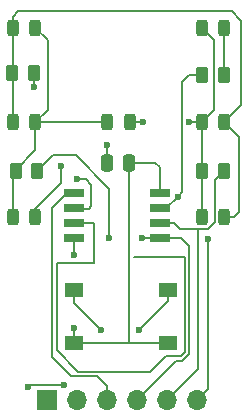
<source format=gbr>
%TF.GenerationSoftware,KiCad,Pcbnew,8.0.6*%
%TF.CreationDate,2024-11-07T13:30:53-03:00*%
%TF.ProjectId,dice-keychain,64696365-2d6b-4657-9963-6861696e2e6b,rev?*%
%TF.SameCoordinates,Original*%
%TF.FileFunction,Copper,L1,Top*%
%TF.FilePolarity,Positive*%
%FSLAX46Y46*%
G04 Gerber Fmt 4.6, Leading zero omitted, Abs format (unit mm)*
G04 Created by KiCad (PCBNEW 8.0.6) date 2024-11-07 13:30:53*
%MOMM*%
%LPD*%
G01*
G04 APERTURE LIST*
G04 Aperture macros list*
%AMRoundRect*
0 Rectangle with rounded corners*
0 $1 Rounding radius*
0 $2 $3 $4 $5 $6 $7 $8 $9 X,Y pos of 4 corners*
0 Add a 4 corners polygon primitive as box body*
4,1,4,$2,$3,$4,$5,$6,$7,$8,$9,$2,$3,0*
0 Add four circle primitives for the rounded corners*
1,1,$1+$1,$2,$3*
1,1,$1+$1,$4,$5*
1,1,$1+$1,$6,$7*
1,1,$1+$1,$8,$9*
0 Add four rect primitives between the rounded corners*
20,1,$1+$1,$2,$3,$4,$5,0*
20,1,$1+$1,$4,$5,$6,$7,0*
20,1,$1+$1,$6,$7,$8,$9,0*
20,1,$1+$1,$8,$9,$2,$3,0*%
G04 Aperture macros list end*
%TA.AperFunction,SMDPad,CuDef*%
%ADD10RoundRect,0.243750X-0.243750X-0.456250X0.243750X-0.456250X0.243750X0.456250X-0.243750X0.456250X0*%
%TD*%
%TA.AperFunction,SMDPad,CuDef*%
%ADD11RoundRect,0.243750X0.243750X0.456250X-0.243750X0.456250X-0.243750X-0.456250X0.243750X-0.456250X0*%
%TD*%
%TA.AperFunction,SMDPad,CuDef*%
%ADD12R,1.550000X1.300000*%
%TD*%
%TA.AperFunction,ComponentPad*%
%ADD13R,1.700000X1.700000*%
%TD*%
%TA.AperFunction,ComponentPad*%
%ADD14O,1.700000X1.700000*%
%TD*%
%TA.AperFunction,SMDPad,CuDef*%
%ADD15R,1.700000X0.650000*%
%TD*%
%TA.AperFunction,SMDPad,CuDef*%
%ADD16RoundRect,0.250000X0.262500X0.450000X-0.262500X0.450000X-0.262500X-0.450000X0.262500X-0.450000X0*%
%TD*%
%TA.AperFunction,SMDPad,CuDef*%
%ADD17RoundRect,0.250000X-0.262500X-0.450000X0.262500X-0.450000X0.262500X0.450000X-0.262500X0.450000X0*%
%TD*%
%TA.AperFunction,SMDPad,CuDef*%
%ADD18RoundRect,0.250000X0.250000X0.475000X-0.250000X0.475000X-0.250000X-0.475000X0.250000X-0.475000X0*%
%TD*%
%TA.AperFunction,ViaPad*%
%ADD19C,0.600000*%
%TD*%
%TA.AperFunction,Conductor*%
%ADD20C,0.200000*%
%TD*%
%TA.AperFunction,Conductor*%
%ADD21C,0.500000*%
%TD*%
G04 APERTURE END LIST*
D10*
%TO.P,D5,1,K*%
%TO.N,Net-(D3-K)*%
X118462500Y-78400000D03*
%TO.P,D5,2,A*%
%TO.N,Net-(D1-A)*%
X120337500Y-78400000D03*
%TD*%
D11*
%TO.P,D7,1,K*%
%TO.N,Net-(D7-K)*%
X120337500Y-62400000D03*
%TO.P,D7,2,A*%
%TO.N,Net-(D3-K)*%
X118462500Y-62400000D03*
%TD*%
D12*
%TO.P,SW1,1,1*%
%TO.N,Net-(BT1-+)*%
X107625000Y-84550000D03*
X115575000Y-84550000D03*
%TO.P,SW1,2,2*%
%TO.N,VCC*%
X107625000Y-89050000D03*
X115575000Y-89050000D03*
%TD*%
D13*
%TO.P,J1,1,Pin_1*%
%TO.N,VCC*%
X105340000Y-93900000D03*
D14*
%TO.P,J1,2,Pin_2*%
%TO.N,GND*%
X107880000Y-93900000D03*
%TO.P,J1,3,Pin_3*%
%TO.N,D10_Reset*%
X110420000Y-93900000D03*
%TO.P,J1,4,Pin_4*%
%TO.N,D11_Mosi*%
X112960000Y-93900000D03*
%TO.P,J1,5,Pin_5*%
%TO.N,D12_Miso*%
X115500000Y-93900000D03*
%TO.P,J1,6,Pin_6*%
%TO.N,D13_Sck*%
X118040000Y-93900000D03*
%TD*%
D15*
%TO.P,U1,1,~{RESET}/PB5*%
%TO.N,D10_Reset*%
X107600000Y-76395000D03*
%TO.P,U1,2,XTAL1/PB3*%
%TO.N,LED1*%
X107600000Y-77665000D03*
%TO.P,U1,3,XTAL2/PB4*%
%TO.N,A2*%
X107600000Y-78935000D03*
%TO.P,U1,4,GND*%
%TO.N,GND*%
X107600000Y-80205000D03*
%TO.P,U1,5,AREF/PB0*%
%TO.N,D11_Mosi*%
X114900000Y-80205000D03*
%TO.P,U1,6,PB1*%
%TO.N,D12_Miso*%
X114900000Y-78935000D03*
%TO.P,U1,7,PB2*%
%TO.N,D13_Sck*%
X114900000Y-77665000D03*
%TO.P,U1,8,VCC*%
%TO.N,VCC*%
X114900000Y-76395000D03*
%TD*%
D10*
%TO.P,D4,1,K*%
%TO.N,Net-(D1-K)*%
X110462500Y-70400000D03*
%TO.P,D4,2,A*%
%TO.N,Net-(D3-K)*%
X112337500Y-70400000D03*
%TD*%
D11*
%TO.P,D6,1,K*%
%TO.N,Net-(D1-A)*%
X120337500Y-70400000D03*
%TO.P,D6,2,A*%
%TO.N,Net-(D3-K)*%
X118462500Y-70400000D03*
%TD*%
%TO.P,D1,1,K*%
%TO.N,Net-(D1-K)*%
X104337500Y-62400000D03*
%TO.P,D1,2,A*%
%TO.N,Net-(D1-A)*%
X102462500Y-62400000D03*
%TD*%
D16*
%TO.P,R2,1*%
%TO.N,D11_Mosi*%
X104512500Y-74500000D03*
%TO.P,R2,2*%
%TO.N,Net-(D1-K)*%
X102687500Y-74500000D03*
%TD*%
D17*
%TO.P,R4,1*%
%TO.N,D13_Sck*%
X118487500Y-66400000D03*
%TO.P,R4,2*%
%TO.N,Net-(D7-K)*%
X120312500Y-66400000D03*
%TD*%
D18*
%TO.P,C1,1*%
%TO.N,VCC*%
X112300000Y-73800000D03*
%TO.P,C1,2*%
%TO.N,GND*%
X110400000Y-73800000D03*
%TD*%
D11*
%TO.P,D3,1,K*%
%TO.N,Net-(D3-K)*%
X104337500Y-78400000D03*
%TO.P,D3,2,A*%
%TO.N,Net-(D1-K)*%
X102462500Y-78400000D03*
%TD*%
D10*
%TO.P,D2,1,K*%
%TO.N,Net-(D1-A)*%
X102462500Y-70400000D03*
%TO.P,D2,2,A*%
%TO.N,Net-(D1-K)*%
X104337500Y-70400000D03*
%TD*%
D16*
%TO.P,R1,1*%
%TO.N,LED1*%
X104200000Y-66200000D03*
%TO.P,R1,2*%
%TO.N,Net-(D1-A)*%
X102375000Y-66200000D03*
%TD*%
%TO.P,R3,1*%
%TO.N,D12_Miso*%
X120312500Y-74500000D03*
%TO.P,R3,2*%
%TO.N,Net-(D3-K)*%
X118487500Y-74500000D03*
%TD*%
D19*
%TO.N,Net-(BT1-+)*%
X109900000Y-88000000D03*
X113100000Y-88000000D03*
%TO.N,GND*%
X110400000Y-72300000D03*
X107600000Y-81600000D03*
X106800000Y-92600000D03*
X103700000Y-92800000D03*
%TO.N,VCC*%
X107600000Y-87800000D03*
%TO.N,Net-(D3-K)*%
X106500000Y-74100000D03*
X117400000Y-70400000D03*
X113500000Y-70400000D03*
%TO.N,D13_Sck*%
X119000000Y-80300000D03*
X116395000Y-76695000D03*
%TO.N,D11_Mosi*%
X110600000Y-80200000D03*
X113400000Y-80200000D03*
%TO.N,LED1*%
X107900000Y-75200000D03*
X104200000Y-67400000D03*
%TD*%
D20*
%TO.N,Net-(BT1-+)*%
X107625000Y-85725000D02*
X109900000Y-88000000D01*
X115575000Y-85525000D02*
X113100000Y-88000000D01*
X107625000Y-84550000D02*
X107625000Y-85725000D01*
X115575000Y-84550000D02*
X115575000Y-85525000D01*
%TO.N,GND*%
X110400000Y-73800000D02*
X110400000Y-72300000D01*
X106800000Y-92600000D02*
X103900000Y-92600000D01*
X103900000Y-92600000D02*
X103700000Y-92800000D01*
X107600000Y-80205000D02*
X107600000Y-81600000D01*
%TO.N,VCC*%
X114300000Y-89050000D02*
X115575000Y-89050000D01*
X107625000Y-89050000D02*
X107625000Y-87825000D01*
X107625000Y-89050000D02*
X114300000Y-89050000D01*
X112300000Y-89050000D02*
X114300000Y-89050000D01*
X114500000Y-73800000D02*
X112300000Y-73800000D01*
X114900000Y-74200000D02*
X114500000Y-73800000D01*
X114900000Y-76395000D02*
X114900000Y-74200000D01*
X112300000Y-73800000D02*
X112300000Y-89050000D01*
X107625000Y-87825000D02*
X107600000Y-87800000D01*
%TO.N,Net-(D1-K)*%
X102462500Y-78400000D02*
X102462500Y-74725000D01*
X105400000Y-63462500D02*
X105400000Y-69337500D01*
X104337500Y-62400000D02*
X105400000Y-63462500D01*
X105400000Y-69337500D02*
X104337500Y-70400000D01*
X110462500Y-70400000D02*
X104337500Y-70400000D01*
X102687500Y-74412500D02*
X104337500Y-72762500D01*
X102462500Y-74725000D02*
X102687500Y-74500000D01*
X102687500Y-74500000D02*
X102687500Y-74412500D01*
X104337500Y-72762500D02*
X104337500Y-70400000D01*
%TO.N,Net-(D1-A)*%
X121800000Y-61800000D02*
X121000000Y-61000000D01*
D21*
X102375000Y-70312500D02*
X102462500Y-70400000D01*
D20*
X120337500Y-70400000D02*
X121600000Y-71662500D01*
X121600000Y-71662500D02*
X121600000Y-78000000D01*
X121200000Y-78400000D02*
X120337500Y-78400000D01*
D21*
X102462500Y-66112500D02*
X102375000Y-66200000D01*
D20*
X121000000Y-61000000D02*
X102900000Y-61000000D01*
X102462500Y-61437500D02*
X102462500Y-62400000D01*
X121800000Y-68937500D02*
X121800000Y-61800000D01*
X102900000Y-61000000D02*
X102462500Y-61437500D01*
X121600000Y-78000000D02*
X121200000Y-78400000D01*
X120337500Y-70400000D02*
X121800000Y-68937500D01*
X102462500Y-62400000D02*
X102462500Y-70400000D01*
%TO.N,Net-(D3-K)*%
X119500000Y-63437500D02*
X119500000Y-69362500D01*
X104337500Y-78400000D02*
X104337500Y-77700001D01*
X118462500Y-62400000D02*
X119500000Y-63437500D01*
X104337500Y-77700001D02*
X106500000Y-75537501D01*
D21*
X118462500Y-74475000D02*
X118487500Y-74500000D01*
X118462500Y-74525000D02*
X118487500Y-74500000D01*
D20*
X112337500Y-70400000D02*
X113500000Y-70400000D01*
X119500000Y-69362500D02*
X118462500Y-70400000D01*
X118462500Y-70400000D02*
X117400000Y-70400000D01*
X118462500Y-70400000D02*
X118462500Y-78400000D01*
X106500000Y-75537501D02*
X106500000Y-74100000D01*
%TO.N,Net-(D7-K)*%
X120337500Y-62400000D02*
X120337500Y-66375000D01*
X120337500Y-66375000D02*
X120312500Y-66400000D01*
%TO.N,D13_Sck*%
X114900000Y-77665000D02*
X115425000Y-77665000D01*
X119000000Y-92940000D02*
X119000000Y-80300000D01*
X116800000Y-67000000D02*
X117400000Y-66400000D01*
X116395000Y-76695000D02*
X116800000Y-76290000D01*
X115425000Y-77665000D02*
X116395000Y-76695000D01*
X116800000Y-76290000D02*
X116800000Y-67000000D01*
X117400000Y-66400000D02*
X118487500Y-66400000D01*
X118040000Y-93900000D02*
X119000000Y-92940000D01*
%TO.N,D10_Reset*%
X105800000Y-77670000D02*
X105800000Y-90300000D01*
X110420000Y-92720000D02*
X110420000Y-93900000D01*
X107600000Y-76395000D02*
X107075000Y-76395000D01*
X109600000Y-91900000D02*
X110420000Y-92720000D01*
X107400000Y-91900000D02*
X109600000Y-91900000D01*
X107075000Y-76395000D02*
X105800000Y-77670000D01*
X105800000Y-90300000D02*
X107400000Y-91900000D01*
%TO.N,D12_Miso*%
X119550000Y-78800000D02*
X119550000Y-75262500D01*
X118100000Y-79400000D02*
X118950000Y-79400000D01*
X118100000Y-91300000D02*
X118100000Y-79400000D01*
X116135000Y-78935000D02*
X116600000Y-79400000D01*
X116600000Y-79400000D02*
X118100000Y-79400000D01*
X119550000Y-75262500D02*
X120312500Y-74500000D01*
X118950000Y-79400000D02*
X119550000Y-78800000D01*
X115500000Y-93900000D02*
X118100000Y-91300000D01*
X114900000Y-78935000D02*
X116135000Y-78935000D01*
%TO.N,D11_Mosi*%
X105812500Y-73200000D02*
X107800000Y-73200000D01*
X113405000Y-80205000D02*
X113400000Y-80200000D01*
X112960000Y-93900000D02*
X116260000Y-90600000D01*
X117400000Y-90000000D02*
X117400000Y-80900000D01*
X110600000Y-76000000D02*
X110600000Y-80200000D01*
X114900000Y-80205000D02*
X113405000Y-80205000D01*
X107800000Y-73200000D02*
X110600000Y-76000000D01*
X116260000Y-90600000D02*
X116800000Y-90600000D01*
X104512500Y-74500000D02*
X105812500Y-73200000D01*
X117400000Y-80900000D02*
X116700000Y-80200000D01*
X116700000Y-80200000D02*
X116695000Y-80205000D01*
X116800000Y-90600000D02*
X117400000Y-90000000D01*
X116695000Y-80205000D02*
X114900000Y-80205000D01*
%TO.N,LED1*%
X108800000Y-77700000D02*
X108900000Y-77700000D01*
X108900000Y-77700000D02*
X109100000Y-77500000D01*
X108600000Y-75200000D02*
X107900000Y-75200000D01*
X109100000Y-77500000D02*
X109100000Y-75700000D01*
X109100000Y-75700000D02*
X108600000Y-75200000D01*
X108125000Y-77665000D02*
X108160000Y-77700000D01*
X107600000Y-77665000D02*
X108125000Y-77665000D01*
X108160000Y-77700000D02*
X108800000Y-77700000D01*
X104200000Y-66200000D02*
X104200000Y-67400000D01*
%TO.N,A2*%
X106200000Y-82300000D02*
X106200000Y-89700000D01*
X109235000Y-78935000D02*
X109300000Y-79000000D01*
X114300000Y-91300000D02*
X115432843Y-90167157D01*
X108000000Y-91500000D02*
X114100000Y-91500000D01*
X117000000Y-89834314D02*
X117000000Y-81800000D01*
X109300000Y-82300000D02*
X106200000Y-82300000D01*
X106200000Y-89700000D02*
X108000000Y-91500000D01*
X115432843Y-90167157D02*
X116667157Y-90167157D01*
X107600000Y-78935000D02*
X109235000Y-78935000D01*
X117000000Y-81800000D02*
X112700000Y-81800000D01*
X114100000Y-91500000D02*
X114300000Y-91300000D01*
X109300000Y-79000000D02*
X109300000Y-82300000D01*
X116667157Y-90167157D02*
X117000000Y-89834314D01*
%TD*%
M02*

</source>
